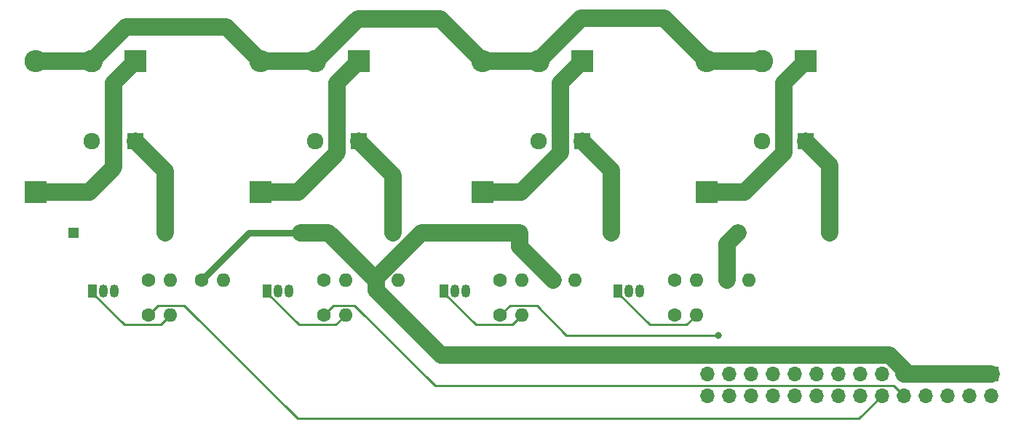
<source format=gbr>
%TF.GenerationSoftware,KiCad,Pcbnew,7.0.1*%
%TF.CreationDate,2023-05-06T14:50:19-07:00*%
%TF.ProjectId,MakeItRain - DaughterBoard Blank,4d616b65-4974-4526-9169-6e202d204461,rev?*%
%TF.SameCoordinates,Original*%
%TF.FileFunction,Copper,L2,Bot*%
%TF.FilePolarity,Positive*%
%FSLAX46Y46*%
G04 Gerber Fmt 4.6, Leading zero omitted, Abs format (unit mm)*
G04 Created by KiCad (PCBNEW 7.0.1) date 2023-05-06 14:50:19*
%MOMM*%
%LPD*%
G01*
G04 APERTURE LIST*
%TA.AperFunction,ComponentPad*%
%ADD10R,1.700000X1.700000*%
%TD*%
%TA.AperFunction,ComponentPad*%
%ADD11O,1.700000X1.700000*%
%TD*%
%TA.AperFunction,ComponentPad*%
%ADD12R,1.150000X1.150000*%
%TD*%
%TA.AperFunction,ComponentPad*%
%ADD13C,1.150000*%
%TD*%
%TA.AperFunction,ComponentPad*%
%ADD14C,1.600000*%
%TD*%
%TA.AperFunction,ComponentPad*%
%ADD15O,1.600000X1.600000*%
%TD*%
%TA.AperFunction,ComponentPad*%
%ADD16R,1.920000X1.920000*%
%TD*%
%TA.AperFunction,ComponentPad*%
%ADD17C,1.920000*%
%TD*%
%TA.AperFunction,ComponentPad*%
%ADD18R,2.600000X2.600000*%
%TD*%
%TA.AperFunction,ComponentPad*%
%ADD19C,2.600000*%
%TD*%
%TA.AperFunction,ComponentPad*%
%ADD20O,2.600000X2.600000*%
%TD*%
%TA.AperFunction,ComponentPad*%
%ADD21R,1.050000X1.500000*%
%TD*%
%TA.AperFunction,ComponentPad*%
%ADD22O,1.050000X1.500000*%
%TD*%
%TA.AperFunction,ViaPad*%
%ADD23C,0.800000*%
%TD*%
%TA.AperFunction,Conductor*%
%ADD24C,0.250000*%
%TD*%
%TA.AperFunction,Conductor*%
%ADD25C,2.032000*%
%TD*%
%TA.AperFunction,Conductor*%
%ADD26C,0.762000*%
%TD*%
G04 APERTURE END LIST*
D10*
%TO.P,J1,1,Pin_1*%
%TO.N,+VDC*%
X170349000Y-121042300D03*
D11*
%TO.P,J1,2,Pin_2*%
%TO.N,TX*%
X170349000Y-123582300D03*
%TO.P,J1,3,Pin_3*%
%TO.N,+VDC*%
X167809000Y-121042300D03*
%TO.P,J1,4,Pin_4*%
%TO.N,RX*%
X167809000Y-123582300D03*
%TO.P,J1,5,Pin_5*%
%TO.N,+VDC*%
X165269000Y-121042300D03*
%TO.P,J1,6,Pin_6*%
%TO.N,Z8*%
X165269000Y-123582300D03*
%TO.P,J1,7,Pin_7*%
%TO.N,+VDC*%
X162729000Y-121042300D03*
%TO.P,J1,8,Pin_8*%
%TO.N,Z7*%
X162729000Y-123582300D03*
%TO.P,J1,9,Pin_9*%
%TO.N,+VDC*%
X160189000Y-121042300D03*
%TO.P,J1,10,Pin_10*%
%TO.N,Z6*%
X160189000Y-123582300D03*
%TO.P,J1,11,Pin_11*%
%TO.N,+3V3*%
X157649000Y-121042300D03*
%TO.P,J1,12,Pin_12*%
%TO.N,Z5*%
X157649000Y-123582300D03*
%TO.P,J1,13,Pin_13*%
%TO.N,+3V3*%
X155109000Y-121042300D03*
%TO.P,J1,14,Pin_14*%
%TO.N,D26*%
X155109000Y-123582300D03*
%TO.P,J1,15,Pin_15*%
%TO.N,+3V3*%
X152569000Y-121042300D03*
%TO.P,J1,16,Pin_16*%
%TO.N,D23*%
X152569000Y-123582300D03*
%TO.P,J1,17,Pin_17*%
%TO.N,+3V3*%
X150029000Y-121042300D03*
%TO.P,J1,18,Pin_18*%
%TO.N,D19*%
X150029000Y-123582300D03*
%TO.P,J1,19,Pin_19*%
%TO.N,GND*%
X147489000Y-121042300D03*
%TO.P,J1,20,Pin_20*%
%TO.N,D18*%
X147489000Y-123582300D03*
%TO.P,J1,21,Pin_21*%
%TO.N,GND*%
X144949000Y-121042300D03*
%TO.P,J1,22,Pin_22*%
%TO.N,D17*%
X144949000Y-123582300D03*
%TO.P,J1,23,Pin_23*%
%TO.N,GND*%
X142409000Y-121042300D03*
%TO.P,J1,24,Pin_24*%
%TO.N,D16*%
X142409000Y-123582300D03*
%TO.P,J1,25,Pin_25*%
%TO.N,GND*%
X139869000Y-121042300D03*
%TO.P,J1,26,Pin_26*%
%TO.N,SCL*%
X139869000Y-123582300D03*
%TO.P,J1,27,Pin_27*%
%TO.N,GND*%
X137329000Y-121042300D03*
%TO.P,J1,28,Pin_28*%
%TO.N,SDA*%
X137329000Y-123582300D03*
%TD*%
D12*
%TO.P,Z3,1*%
%TO.N,+VDC*%
X115460364Y-104593019D03*
D13*
%TO.P,Z3,2*%
%TO.N,Net-(Q6-Pad1)*%
X126160364Y-104593019D03*
%TD*%
D14*
%TO.P,R12,1*%
%TO.N,Net-(Q8-Pad1)*%
X133485574Y-110147841D03*
D15*
%TO.P,R12,2*%
%TO.N,Net-(Q7-D)*%
X136025574Y-110147841D03*
%TD*%
D14*
%TO.P,R10,1*%
%TO.N,Z8*%
X133485574Y-114197841D03*
D15*
%TO.P,R10,2*%
%TO.N,GND*%
X136025574Y-114197841D03*
%TD*%
D16*
%TO.P,Q2,1*%
%TO.N,Net-(Q2-Pad1)*%
X70812955Y-93947182D03*
D17*
%TO.P,Q2,2*%
%TO.N,Net-(D1-K)*%
X68272955Y-93947182D03*
%TO.P,Q2,3*%
%TO.N,+VDC*%
X65732955Y-93947182D03*
%TD*%
D18*
%TO.P,P1,1,Pin_1*%
%TO.N,Net-(D1-K)*%
X70817955Y-84610664D03*
D19*
%TO.P,P1,2,Pin_2*%
%TO.N,GND*%
X65737955Y-84610664D03*
%TD*%
D18*
%TO.P,D1,1,K*%
%TO.N,Net-(D1-K)*%
X59178463Y-99850664D03*
D20*
%TO.P,D1,2,A*%
%TO.N,GND*%
X59178463Y-84610664D03*
%TD*%
D14*
%TO.P,R5,1*%
%TO.N,+VDC*%
X98817126Y-110147841D03*
D15*
%TO.P,R5,2*%
%TO.N,Net-(Q4-Pad1)*%
X101357126Y-110147841D03*
%TD*%
D12*
%TO.P,Z1,1*%
%TO.N,+VDC*%
X63569002Y-104593019D03*
D13*
%TO.P,Z1,2*%
%TO.N,Net-(Q2-Pad1)*%
X74269002Y-104593019D03*
%TD*%
D14*
%TO.P,R6,1*%
%TO.N,Net-(Q4-Pad1)*%
X92677126Y-110147841D03*
D15*
%TO.P,R6,2*%
%TO.N,Net-(Q3-D)*%
X95217126Y-110147841D03*
%TD*%
D18*
%TO.P,D3,1,K*%
%TO.N,Net-(D3-K)*%
X111168051Y-99850664D03*
D20*
%TO.P,D3,2,A*%
%TO.N,GND*%
X111168051Y-84610664D03*
%TD*%
D12*
%TO.P,Z2,1*%
%TO.N,+VDC*%
X90049609Y-104593019D03*
D13*
%TO.P,Z2,2*%
%TO.N,Net-(Q4-Pad1)*%
X100749609Y-104593019D03*
%TD*%
D14*
%TO.P,R11,1*%
%TO.N,+VDC*%
X139625574Y-110147841D03*
D15*
%TO.P,R11,2*%
%TO.N,Net-(Q8-Pad1)*%
X142165574Y-110147841D03*
%TD*%
D16*
%TO.P,Q8,1*%
%TO.N,Net-(Q8-Pad1)*%
X148760345Y-93947182D03*
D17*
%TO.P,Q8,2*%
%TO.N,Net-(D4-K)*%
X146220345Y-93947182D03*
%TO.P,Q8,3*%
%TO.N,+VDC*%
X143680345Y-93947182D03*
%TD*%
D14*
%TO.P,R7,1*%
%TO.N,Z7*%
X113228492Y-114197841D03*
D15*
%TO.P,R7,2*%
%TO.N,GND*%
X115768492Y-114197841D03*
%TD*%
D21*
%TO.P,Q7,1,S*%
%TO.N,GND*%
X126935574Y-111377841D03*
D22*
%TO.P,Q7,2,G*%
%TO.N,Z8*%
X128205574Y-111377841D03*
%TO.P,Q7,3,D*%
%TO.N,Net-(Q7-D)*%
X129475574Y-111377841D03*
%TD*%
D16*
%TO.P,Q4,1*%
%TO.N,Net-(Q4-Pad1)*%
X96810208Y-93947182D03*
D17*
%TO.P,Q4,2*%
%TO.N,Net-(D2-K)*%
X94270208Y-93947182D03*
%TO.P,Q4,3*%
%TO.N,+VDC*%
X91730208Y-93947182D03*
%TD*%
D14*
%TO.P,R3,1*%
%TO.N,Net-(Q2-Pad1)*%
X72317291Y-110147841D03*
D15*
%TO.P,R3,2*%
%TO.N,Net-(Q1-D)*%
X74857291Y-110147841D03*
%TD*%
D18*
%TO.P,P4,1,Pin_1*%
%TO.N,Net-(D4-K)*%
X148765345Y-84610664D03*
D19*
%TO.P,P4,2,Pin_2*%
%TO.N,GND*%
X143685345Y-84610664D03*
%TD*%
D14*
%TO.P,R9,1*%
%TO.N,Net-(Q6-Pad1)*%
X113228492Y-110147841D03*
D15*
%TO.P,R9,2*%
%TO.N,Net-(Q5-D)*%
X115768492Y-110147841D03*
%TD*%
D21*
%TO.P,Q1,1,S*%
%TO.N,GND*%
X65767291Y-111377841D03*
D22*
%TO.P,Q1,2,G*%
%TO.N,Z5*%
X67037291Y-111377841D03*
%TO.P,Q1,3,D*%
%TO.N,Net-(Q1-D)*%
X68307291Y-111377841D03*
%TD*%
D21*
%TO.P,Q5,1,S*%
%TO.N,GND*%
X106678492Y-111377841D03*
D22*
%TO.P,Q5,2,G*%
%TO.N,Z7*%
X107948492Y-111377841D03*
%TO.P,Q5,3,D*%
%TO.N,Net-(Q5-D)*%
X109218492Y-111377841D03*
%TD*%
D16*
%TO.P,Q6,1*%
%TO.N,Net-(Q6-Pad1)*%
X122777881Y-93947182D03*
D17*
%TO.P,Q6,2*%
%TO.N,Net-(D3-K)*%
X120237881Y-93947182D03*
%TO.P,Q6,3*%
%TO.N,+VDC*%
X117697881Y-93947182D03*
%TD*%
D14*
%TO.P,R2,1*%
%TO.N,+VDC*%
X78457291Y-110147841D03*
D15*
%TO.P,R2,2*%
%TO.N,Net-(Q2-Pad1)*%
X80997291Y-110147841D03*
%TD*%
D18*
%TO.P,P2,1,Pin_1*%
%TO.N,Net-(D2-K)*%
X96815208Y-84610664D03*
D19*
%TO.P,P2,2,Pin_2*%
%TO.N,GND*%
X91735208Y-84610664D03*
%TD*%
D21*
%TO.P,Q3,1,S*%
%TO.N,GND*%
X86127126Y-111377841D03*
D22*
%TO.P,Q3,2,G*%
%TO.N,Z6*%
X87397126Y-111377841D03*
%TO.P,Q3,3,D*%
%TO.N,Net-(Q3-D)*%
X88667126Y-111377841D03*
%TD*%
D14*
%TO.P,R8,1*%
%TO.N,+VDC*%
X119368492Y-110147841D03*
D15*
%TO.P,R8,2*%
%TO.N,Net-(Q6-Pad1)*%
X121908492Y-110147841D03*
%TD*%
D18*
%TO.P,D4,1,K*%
%TO.N,Net-(D4-K)*%
X137268886Y-99850664D03*
D20*
%TO.P,D4,2,A*%
%TO.N,GND*%
X137268886Y-84610664D03*
%TD*%
D14*
%TO.P,R1,1*%
%TO.N,Z5*%
X72317291Y-114197841D03*
D15*
%TO.P,R1,2*%
%TO.N,GND*%
X74857291Y-114197841D03*
%TD*%
D12*
%TO.P,Z4,1*%
%TO.N,+VDC*%
X140876856Y-104593019D03*
D13*
%TO.P,Z4,2*%
%TO.N,Net-(Q8-Pad1)*%
X151576856Y-104593019D03*
%TD*%
D18*
%TO.P,D2,1,K*%
%TO.N,Net-(D2-K)*%
X85333551Y-99850664D03*
D20*
%TO.P,D2,2,A*%
%TO.N,GND*%
X85333551Y-84610664D03*
%TD*%
D14*
%TO.P,R4,1*%
%TO.N,Z6*%
X92677126Y-114197841D03*
D15*
%TO.P,R4,2*%
%TO.N,GND*%
X95217126Y-114197841D03*
%TD*%
D18*
%TO.P,P3,1,Pin_1*%
%TO.N,Net-(D3-K)*%
X122782881Y-84610664D03*
D19*
%TO.P,P3,2,Pin_2*%
%TO.N,GND*%
X117702881Y-84610664D03*
%TD*%
D23*
%TO.N,Z7*%
X138581288Y-116519488D03*
%TD*%
D24*
%TO.N,GND*%
X86127126Y-111602841D02*
X89846637Y-115322352D01*
X69486802Y-115322352D02*
X73732780Y-115322352D01*
D25*
X96660765Y-79685107D02*
X106242494Y-79685107D01*
X122635012Y-79678533D02*
X132336755Y-79678533D01*
D24*
X110398003Y-115322352D02*
X114643981Y-115322352D01*
D25*
X111168051Y-84610664D02*
X117702881Y-84610664D01*
X91735208Y-84610664D02*
X96660765Y-79685107D01*
D24*
X89846637Y-115322352D02*
X94092615Y-115322352D01*
X65767291Y-111602841D02*
X69486802Y-115322352D01*
D25*
X69657355Y-80691264D02*
X81414151Y-80691264D01*
X81414151Y-80691264D02*
X85333551Y-84610664D01*
X65737955Y-84610664D02*
X69657355Y-80691264D01*
D24*
X134901063Y-115322352D02*
X136025574Y-114197841D01*
D25*
X106242494Y-79685107D02*
X111168051Y-84610664D01*
X132336755Y-79678533D02*
X137268886Y-84610664D01*
X117702881Y-84610664D02*
X122635012Y-79678533D01*
D24*
X114643981Y-115322352D02*
X115768492Y-114197841D01*
D25*
X137268886Y-84610664D02*
X143685345Y-84610664D01*
D24*
X73732780Y-115322352D02*
X74857291Y-114197841D01*
X106678492Y-111602841D02*
X110398003Y-115322352D01*
X130655085Y-115322352D02*
X134901063Y-115322352D01*
X126935574Y-111602841D02*
X130655085Y-115322352D01*
X94092615Y-115322352D02*
X95217126Y-114197841D01*
D25*
X65737955Y-84610664D02*
X59178463Y-84610664D01*
X85333551Y-84610664D02*
X91735208Y-84610664D01*
%TO.N,+VDC*%
X158461148Y-118810780D02*
X160189000Y-120538631D01*
X98817126Y-110147841D02*
X98817126Y-111279211D01*
X139625574Y-105844301D02*
X139625574Y-110147841D01*
X98817126Y-111279211D02*
X106348695Y-118810780D01*
X115460364Y-104593019D02*
X115460364Y-106239713D01*
X98817126Y-109837477D02*
X104061584Y-104593019D01*
X93262304Y-104593019D02*
X90049609Y-104593019D01*
X115460364Y-106239713D02*
X119368492Y-110147841D01*
X104061584Y-104593019D02*
X115460364Y-104593019D01*
X98817126Y-110147841D02*
X98817126Y-109837477D01*
X98817126Y-110147841D02*
X93262304Y-104593019D01*
X140876856Y-104593019D02*
X139625574Y-105844301D01*
X106348695Y-118810780D02*
X158461148Y-118810780D01*
X160189000Y-120538631D02*
X160189000Y-121042300D01*
D26*
X78457291Y-110147841D02*
X84012113Y-104593019D01*
X84012113Y-104593019D02*
X90049609Y-104593019D01*
D25*
X170349000Y-121042300D02*
X160189000Y-121042300D01*
%TO.N,Net-(D1-K)*%
X59178463Y-99850664D02*
X65449954Y-99850664D01*
X68272955Y-93947182D02*
X68272955Y-87155664D01*
X68272955Y-87155664D02*
X70817955Y-84610664D01*
X68272955Y-97027663D02*
X68272955Y-93947182D01*
X65449954Y-99850664D02*
X68272955Y-97027663D01*
%TO.N,Net-(D2-K)*%
X89724371Y-99850664D02*
X94270208Y-95304827D01*
X94270208Y-95304827D02*
X94270208Y-93947182D01*
X85333551Y-99850664D02*
X89724371Y-99850664D01*
X94270208Y-87155664D02*
X96815208Y-84610664D01*
X94270208Y-93947182D02*
X94270208Y-87155664D01*
%TO.N,Net-(D3-K)*%
X115692044Y-99850664D02*
X120237881Y-95304827D01*
X120237881Y-95304827D02*
X120237881Y-93947182D01*
X120237881Y-93947182D02*
X120237881Y-87155664D01*
X120237881Y-87155664D02*
X122782881Y-84610664D01*
X111168051Y-99850664D02*
X115692044Y-99850664D01*
%TO.N,Net-(D4-K)*%
X137268886Y-99850664D02*
X141674508Y-99850664D01*
X146220345Y-87155664D02*
X148765345Y-84610664D01*
X146220345Y-93947182D02*
X146220345Y-87155664D01*
X146220345Y-95304827D02*
X146220345Y-93947182D01*
X141674508Y-99850664D02*
X146220345Y-95304827D01*
%TO.N,Net-(Q2-Pad1)*%
X74269002Y-104593019D02*
X74269002Y-97403229D01*
X74269002Y-97403229D02*
X70812955Y-93947182D01*
%TO.N,Net-(Q4-Pad1)*%
X100749609Y-97886583D02*
X96810208Y-93947182D01*
X100749609Y-104593019D02*
X100749609Y-97886583D01*
%TO.N,Net-(Q6-Pad1)*%
X126160364Y-97329665D02*
X122777881Y-93947182D01*
X126160364Y-104593019D02*
X126160364Y-97329665D01*
%TO.N,Net-(Q8-Pad1)*%
X151576856Y-96763693D02*
X148760345Y-93947182D01*
X151576856Y-104593019D02*
X151576856Y-96763693D01*
D24*
%TO.N,Z7*%
X138581288Y-116519488D02*
X120948825Y-116519488D01*
X120948825Y-116519488D02*
X117502667Y-113073330D01*
X117502667Y-113073330D02*
X114353003Y-113073330D01*
X114353003Y-113073330D02*
X113228492Y-114197841D01*
%TO.N,Z6*%
X159014489Y-122407789D02*
X105647834Y-122407789D01*
X105647834Y-122407789D02*
X96313375Y-113073330D01*
X96313375Y-113073330D02*
X93801637Y-113073330D01*
X93801637Y-113073330D02*
X92677126Y-114197841D01*
X160189000Y-123582300D02*
X159014489Y-122407789D01*
%TO.N,Z5*%
X73441802Y-113073330D02*
X72317291Y-114197841D01*
X76460652Y-113073330D02*
X73441802Y-113073330D01*
X154989303Y-126241997D02*
X89629319Y-126241997D01*
X89629319Y-126241997D02*
X76460652Y-113073330D01*
X157649000Y-123582300D02*
X154989303Y-126241997D01*
%TD*%
M02*

</source>
